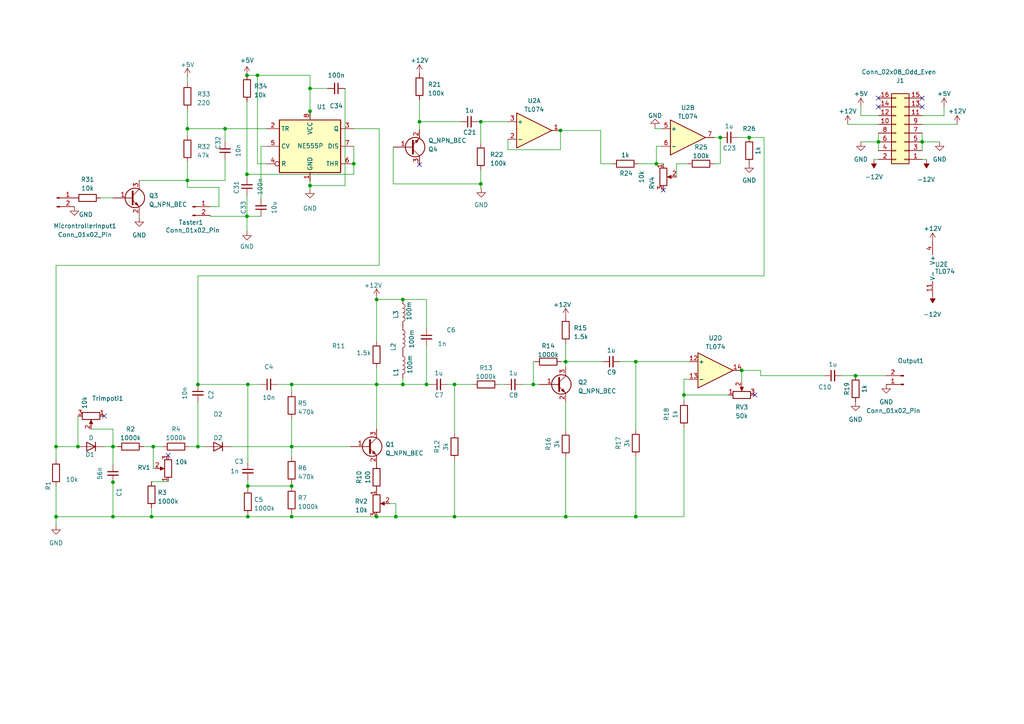
<source format=kicad_sch>
(kicad_sch (version 20230121) (generator eeschema)
  (paper "A4")
  (lib_symbols
    (symbol "Amplifier_Operational:TL074" (pin_names (offset 0.127))
      (property "Reference" "U" (at 0 5.08 0))
      (property "Value" "TL074" (at 0 -5.08 0))
      (symbol "TL074_1_1"
        (polyline (pts (xy -5.08 5.08) (xy 5.08 0) (xy -5.08 -5.08) (xy -5.08 5.08)) (stroke (width 0.254)) (fill (type background)))
        (pin output line (at 7.62 0 180) (length 2.54) (name "~") (number "1"))
        (pin input line (at -7.62 -2.54 0) (length 2.54) (name "-") (number "2"))
        (pin input line (at -7.62 2.54 0) (length 2.54) (name "+") (number "3"))
      )
      (symbol "TL074_2_1"
        (polyline (pts (xy -5.08 5.08) (xy 5.08 0) (xy -5.08 -5.08) (xy -5.08 5.08)) (stroke (width 0.254)) (fill (type background)))
        (pin input line (at -7.62 2.54 0) (length 2.54) (name "+") (number "5"))
        (pin input line (at -7.62 -2.54 0) (length 2.54) (name "-") (number "6"))
        (pin output line (at 7.62 0 180) (length 2.54) (name "~") (number "7"))
      )
      (symbol "TL074_3_1"
        (polyline (pts (xy -5.08 5.08) (xy 5.08 0) (xy -5.08 -5.08) (xy -5.08 5.08)) (stroke (width 0.254)) (fill (type background)))
        (pin input line (at -7.62 2.54 0) (length 2.54) (name "+") (number "10"))
        (pin output line (at 7.62 0 180) (length 2.54) (name "~") (number "8"))
        (pin input line (at -7.62 -2.54 0) (length 2.54) (name "-") (number "9"))
      )
      (symbol "TL074_4_1"
        (polyline (pts (xy -5.08 5.08) (xy 5.08 0) (xy -5.08 -5.08) (xy -5.08 5.08)) (stroke (width 0.254)) (fill (type background)))
        (pin input line (at -7.62 2.54 0) (length 2.54) (name "+") (number "12"))
        (pin input line (at -7.62 -2.54 0) (length 2.54) (name "-") (number "13"))
        (pin output line (at 7.62 0 180) (length 2.54) (name "~") (number "14"))
      )
      (symbol "TL074_5_1"
        (pin power_in line (at -2.54 -7.62 90) (length 3.81) (name "V-") (number "11"))
        (pin power_in line (at -2.54 7.62 270) (length 3.81) (name "V+") (number "4"))
      )
    )
    (symbol "Connector:Conn_01x02_Pin" (pin_names (offset 1.016) hide)
      (property "Reference" "J" (at 0 2.54 0))
      (property "Value" "Conn_01x02_Pin" (at 0 -5.08 0))
      (symbol "Conn_01x02_Pin_1_1"
        (polyline (pts (xy 1.27 -2.54) (xy 0.8636 -2.54)) (stroke (width 0.1524)))
        (polyline (pts (xy 1.27 0) (xy 0.8636 0)) (stroke (width 0.1524)))
        (rectangle (start 0.8636 -2.413) (end 0 -2.667) (stroke (width 0.1524)) (fill (type outline)))
        (rectangle (start 0.8636 0.127) (end 0 -0.127) (stroke (width 0.1524)) (fill (type outline)))
        (pin passive line (at 5.08 0 180) (length 3.81) (name "Pin_1") (number "1"))
        (pin passive line (at 5.08 -2.54 180) (length 3.81) (name "Pin_2") (number "2"))
      )
    )
    (symbol "Connector_Generic:Conn_02x08_Odd_Even" (pin_names (offset 1.016) hide)
      (property "Reference" "J" (at 1.27 10.16 0))
      (property "Value" "Conn_02x08_Odd_Even" (at 1.27 -12.7 0))
      (symbol "Conn_02x08_Odd_Even_1_1"
        (rectangle (start -1.27 -10.033) (end 0 -10.287) (stroke (width 0.1524)))
        (rectangle (start -1.27 -7.493) (end 0 -7.747) (stroke (width 0.1524)))
        (rectangle (start -1.27 -4.953) (end 0 -5.207) (stroke (width 0.1524)))
        (rectangle (start -1.27 -2.413) (end 0 -2.667) (stroke (width 0.1524)))
        (rectangle (start -1.27 0.127) (end 0 -0.127) (stroke (width 0.1524)))
        (rectangle (start -1.27 2.667) (end 0 2.413) (stroke (width 0.1524)))
        (rectangle (start -1.27 5.207) (end 0 4.953) (stroke (width 0.1524)))
        (rectangle (start -1.27 7.747) (end 0 7.493) (stroke (width 0.1524)))
        (rectangle (start -1.27 8.89) (end 3.81 -11.43) (stroke (width 0.254)) (fill (type background)))
        (rectangle (start 3.81 -10.033) (end 2.54 -10.287) (stroke (width 0.1524)))
        (rectangle (start 3.81 -7.493) (end 2.54 -7.747) (stroke (width 0.1524)))
        (rectangle (start 3.81 -4.953) (end 2.54 -5.207) (stroke (width 0.1524)))
        (rectangle (start 3.81 -2.413) (end 2.54 -2.667) (stroke (width 0.1524)))
        (rectangle (start 3.81 0.127) (end 2.54 -0.127) (stroke (width 0.1524)))
        (rectangle (start 3.81 2.667) (end 2.54 2.413) (stroke (width 0.1524)))
        (rectangle (start 3.81 5.207) (end 2.54 4.953) (stroke (width 0.1524)))
        (rectangle (start 3.81 7.747) (end 2.54 7.493) (stroke (width 0.1524)))
        (pin passive line (at -5.08 7.62 0) (length 3.81) (name "Pin_1") (number "1"))
        (pin passive line (at 7.62 -2.54 180) (length 3.81) (name "Pin_10") (number "10"))
        (pin passive line (at -5.08 -5.08 0) (length 3.81) (name "Pin_11") (number "11"))
        (pin passive line (at 7.62 -5.08 180) (length 3.81) (name "Pin_12") (number "12"))
        (pin passive line (at -5.08 -7.62 0) (length 3.81) (name "Pin_13") (number "13"))
        (pin passive line (at 7.62 -7.62 180) (length 3.81) (name "Pin_14") (number "14"))
        (pin passive line (at -5.08 -10.16 0) (length 3.81) (name "Pin_15") (number "15"))
        (pin passive line (at 7.62 -10.16 180) (length 3.81) (name "Pin_16") (number "16"))
        (pin passive line (at 7.62 7.62 180) (length 3.81) (name "Pin_2") (number "2"))
        (pin passive line (at -5.08 5.08 0) (length 3.81) (name "Pin_3") (number "3"))
        (pin passive line (at 7.62 5.08 180) (length 3.81) (name "Pin_4") (number "4"))
        (pin passive line (at -5.08 2.54 0) (length 3.81) (name "Pin_5") (number "5"))
        (pin passive line (at 7.62 2.54 180) (length 3.81) (name "Pin_6") (number "6"))
        (pin passive line (at -5.08 0 0) (length 3.81) (name "Pin_7") (number "7"))
        (pin passive line (at 7.62 0 180) (length 3.81) (name "Pin_8") (number "8"))
        (pin passive line (at -5.08 -2.54 0) (length 3.81) (name "Pin_9") (number "9"))
      )
    )
    (symbol "Device:C_Small" (pin_numbers hide) (pin_names (offset 0.254) hide)
      (property "Reference" "C" (at 0.254 1.778 0))
      (property "Value" "C_Small" (at 0.254 -2.032 0))
      (symbol "C_Small_0_1"
        (polyline (pts (xy -1.524 -0.508) (xy 1.524 -0.508)) (stroke (width 0.3302)))
        (polyline (pts (xy -1.524 0.508) (xy 1.524 0.508)) (stroke (width 0.3048)))
      )
      (symbol "C_Small_1_1"
        (pin passive line (at 0 2.54 270) (length 2.032) (name "~") (number "1"))
        (pin passive line (at 0 -2.54 90) (length 2.032) (name "~") (number "2"))
      )
    )
    (symbol "Device:D" (pin_numbers hide) (pin_names (offset 1.016) hide)
      (property "Reference" "D" (at 0 2.54 0))
      (property "Value" "D" (at 0 -2.54 0))
      (symbol "D_0_1"
        (polyline (pts (xy -1.27 1.27) (xy -1.27 -1.27)) (stroke (width 0.254)))
        (polyline (pts (xy 1.27 0) (xy -1.27 0)))
        (polyline (pts (xy 1.27 1.27) (xy 1.27 -1.27) (xy -1.27 0) (xy 1.27 1.27)) (stroke (width 0.254)))
      )
      (symbol "D_1_1"
        (pin passive line (at -3.81 0 0) (length 2.54) (name "K") (number "1"))
        (pin passive line (at 3.81 0 180) (length 2.54) (name "A") (number "2"))
      )
    )
    (symbol "Device:L" (pin_numbers hide) (pin_names (offset 1.016) hide)
      (property "Reference" "L" (at -1.27 0 90))
      (property "Value" "L" (at 1.905 0 90))
      (symbol "L_0_1"
        (arc (start 0 -2.54) (mid 0.6323 -1.905) (end 0 -1.27))
        (arc (start 0 -1.27) (mid 0.6323 -0.635) (end 0 0))
        (arc (start 0 0) (mid 0.6323 0.635) (end 0 1.27))
        (arc (start 0 1.27) (mid 0.6323 1.905) (end 0 2.54))
      )
      (symbol "L_1_1"
        (pin passive line (at 0 3.81 270) (length 1.27) (name "1") (number "1"))
        (pin passive line (at 0 -3.81 90) (length 1.27) (name "2") (number "2"))
      )
    )
    (symbol "Device:Q_NPN_BEC" (pin_names (offset 0) hide)
      (property "Reference" "Q" (at 5.08 1.27 0))
      (property "Value" "Q_NPN_BEC" (at 5.08 -1.27 0))
      (symbol "Q_NPN_BEC_0_1"
        (polyline (pts (xy 0.635 0.635) (xy 2.54 2.54)))
        (polyline (pts (xy 0.635 -0.635) (xy 2.54 -2.54) (xy 2.54 -2.54)))
        (polyline (pts (xy 0.635 1.905) (xy 0.635 -1.905) (xy 0.635 -1.905)) (stroke (width 0.508)))
        (polyline (pts (xy 1.27 -1.778) (xy 1.778 -1.27) (xy 2.286 -2.286) (xy 1.27 -1.778) (xy 1.27 -1.778)) (fill (type outline)))
        (circle (center 1.27 0) (radius 2.8194) (stroke (width 0.254)))
      )
      (symbol "Q_NPN_BEC_1_1"
        (pin input line (at -5.08 0 0) (length 5.715) (name "B") (number "1"))
        (pin passive line (at 2.54 -5.08 90) (length 2.54) (name "E") (number "2"))
        (pin passive line (at 2.54 5.08 270) (length 2.54) (name "C") (number "3"))
      )
    )
    (symbol "Device:R" (pin_numbers hide) (pin_names (offset 0))
      (property "Reference" "R" (at 2.032 0 90))
      (property "Value" "R" (at 0 0 90))
      (symbol "R_0_1"
        (rectangle (start -1.016 -2.54) (end 1.016 2.54) (stroke (width 0.254)))
      )
      (symbol "R_1_1"
        (pin passive line (at 0 3.81 270) (length 1.27) (name "~") (number "1"))
        (pin passive line (at 0 -3.81 90) (length 1.27) (name "~") (number "2"))
      )
    )
    (symbol "Device:R_Potentiometer" (pin_names (offset 1.016) hide)
      (property "Reference" "RV" (at -4.445 0 90))
      (property "Value" "R_Potentiometer" (at -2.54 0 90))
      (symbol "R_Potentiometer_0_1"
        (polyline (pts (xy 2.54 0) (xy 1.524 0)))
        (polyline (pts (xy 1.143 0) (xy 2.286 0.508) (xy 2.286 -0.508) (xy 1.143 0)) (fill (type outline)))
        (rectangle (start 1.016 2.54) (end -1.016 -2.54) (stroke (width 0.254)))
      )
      (symbol "R_Potentiometer_1_1"
        (pin passive line (at 0 3.81 270) (length 1.27) (name "1") (number "1"))
        (pin passive line (at 3.81 0 180) (length 1.27) (name "2") (number "2"))
        (pin passive line (at 0 -3.81 90) (length 1.27) (name "3") (number "3"))
      )
    )
    (symbol "Timer:NE555P"
      (property "Reference" "U" (at -10.16 8.89 0))
      (property "Value" "NE555P" (at 2.54 8.89 0))
      (symbol "NE555P_0_0"
        (pin power_in line (at 0 -10.16 90) (length 2.54) (name "GND") (number "1"))
        (pin power_in line (at 0 10.16 270) (length 2.54) (name "VCC") (number "8"))
      )
      (symbol "NE555P_0_1"
        (rectangle (start -8.89 -7.62) (end 8.89 7.62) (stroke (width 0.254)) (fill (type background)))
        (rectangle (start -8.89 -7.62) (end 8.89 7.62) (stroke (width 0.254)) (fill (type background)))
      )
      (symbol "NE555P_1_1"
        (pin input line (at -12.7 5.08 0) (length 3.81) (name "TR") (number "2"))
        (pin output line (at 12.7 5.08 180) (length 3.81) (name "Q") (number "3"))
        (pin input inverted (at -12.7 -5.08 0) (length 3.81) (name "R") (number "4"))
        (pin input line (at -12.7 0 0) (length 3.81) (name "CV") (number "5"))
        (pin input line (at 12.7 -5.08 180) (length 3.81) (name "THR") (number "6"))
        (pin input line (at 12.7 0 180) (length 3.81) (name "DIS") (number "7"))
      )
    )
    (symbol "power:+12V" (power) (pin_names (offset 0))
      (property "Value" "+12V" (at 0 3.556 0))
      (symbol "+12V_0_1"
        (polyline (pts (xy -0.762 1.27) (xy 0 2.54)))
        (polyline (pts (xy 0 0) (xy 0 2.54)))
        (polyline (pts (xy 0 2.54) (xy 0.762 1.27)))
      )
      (symbol "+12V_1_1"
        (pin power_in line (at 0 0 90) (length 0) hide (name "+12V") (number "1"))
      )
    )
    (symbol "power:+5V" (power) (pin_names (offset 0))
      (property "Value" "+5V" (at 0 3.556 0))
      (symbol "+5V_0_1"
        (polyline (pts (xy -0.762 1.27) (xy 0 2.54)))
        (polyline (pts (xy 0 0) (xy 0 2.54)))
        (polyline (pts (xy 0 2.54) (xy 0.762 1.27)))
      )
      (symbol "+5V_1_1"
        (pin power_in line (at 0 0 90) (length 0) hide (name "+5V") (number "1"))
      )
    )
    (symbol "power:-12V" (power) (pin_names (offset 0))
      (property "Value" "-12V" (at 0 3.81 0))
      (symbol "-12V_0_0"
        (pin power_in line (at 0 0 90) (length 0) hide (name "-12V") (number "1"))
      )
      (symbol "-12V_0_1"
        (polyline (pts (xy 0 0) (xy 0 1.27) (xy 0.762 1.27) (xy 0 2.54) (xy -0.762 1.27) (xy 0 1.27)) (fill (type outline)))
      )
    )
    (symbol "power:GND" (power) (pin_names (offset 0))
      (property "Value" "GND" (at 0 -3.81 0))
      (symbol "GND_0_1"
        (polyline (pts (xy 0 0) (xy 0 -1.27) (xy 1.27 -1.27) (xy 0 -2.54) (xy -1.27 -1.27) (xy 0 -1.27)))
      )
      (symbol "GND_1_1"
        (pin power_in line (at 0 0 270) (length 0) hide (name "GND") (number "1"))
      )
    )
  )
  (junction (at 71.882 111.506))
  (junction (at 109.22 111.506))
  (junction (at 16.256 149.86))
  (junction (at 116.84 86.868))
  (junction (at 54.356 37.338))
  (junction (at 32.766 129.54))
  (junction (at 267.462 41.148))
  (junction (at 71.882 140.97))
  (junction (at 184.404 104.902))
  (junction (at 57.404 129.54))
  (junction (at 109.22 149.86))
  (junction (at 57.404 111.506))
  (junction (at 74.676 21.844))
  (junction (at 123.698 111.506))
  (junction (at 215.138 107.442))
  (junction (at 43.942 149.86))
  (junction (at 139.446 53.34))
  (junction (at 71.882 149.86))
  (junction (at 54.356 52.324))
  (junction (at 71.628 21.844))
  (junction (at 154.686 111.506))
  (junction (at 65.278 37.338))
  (junction (at 109.22 86.868))
  (junction (at 71.628 50.546))
  (junction (at 32.766 139.8524))
  (junction (at 190.373 47.498))
  (junction (at 254.762 41.148))
  (junction (at 198.374 114.554))
  (junction (at 162.56 37.846))
  (junction (at 184.404 149.86))
  (junction (at 84.582 149.86))
  (junction (at 116.84 111.506))
  (junction (at 89.916 25.654))
  (junction (at 84.582 111.506))
  (junction (at 139.446 35.306))
  (junction (at 208.915 39.878))
  (junction (at 22.606 129.54))
  (junction (at 84.582 129.54))
  (junction (at 131.826 149.86))
  (junction (at 16.256 129.54))
  (junction (at 217.297 39.878))
  (junction (at 164.084 104.902))
  (junction (at 248.158 108.966))
  (junction (at 102.616 47.498))
  (junction (at 89.916 32.258))
  (junction (at 121.666 35.306))
  (junction (at 89.916 53.848))
  (junction (at 44.45 129.54))
  (junction (at 131.826 111.506))
  (junction (at 84.582 140.97))
  (junction (at 164.084 149.86))
  (junction (at 71.628 62.738))
  (junction (at 32.766 149.86))
  (junction (at 114.808 149.86))
  (no_connect (at 254.762 28.448))
  (no_connect (at 267.462 28.448))
  (no_connect (at 267.462 30.988))
  (no_connect (at 121.666 47.752))
  (no_connect (at 218.948 114.554))
  (no_connect (at 30.226 120.65))
  (no_connect (at 48.768 132.08))
  (no_connect (at 192.405 55.118))
  (no_connect (at 254.762 30.988))
  (wire (pts (xy 44.958 135.89) (xy 44.45 135.89)))
  (wire (pts (xy 184.404 132.334) (xy 184.404 149.86)))
  (wire (pts (xy 184.404 104.902) (xy 179.832 104.902)))
  (wire (pts (xy 121.666 35.306) (xy 133.604 35.306)))
  (wire (pts (xy 54.356 37.338) (xy 54.356 39.37)))
  (wire (pts (xy 40.386 52.324) (xy 54.356 52.324)))
  (wire (pts (xy 32.766 124.46) (xy 32.766 129.54)))
  (wire (pts (xy 109.22 86.36) (xy 109.22 86.868)))
  (wire (pts (xy 116.84 86.868) (xy 109.22 86.868)))
  (wire (pts (xy 109.22 106.68) (xy 109.22 111.506)))
  (wire (pts (xy 164.084 99.568) (xy 164.084 104.902)))
  (wire (pts (xy 198.374 114.554) (xy 211.328 114.554)))
  (wire (pts (xy 109.982 76.962) (xy 16.256 76.962)))
  (wire (pts (xy 198.374 109.982) (xy 199.898 109.982)))
  (wire (pts (xy 32.766 139.7) (xy 32.766 139.8524)))
  (wire (pts (xy 198.374 109.982) (xy 198.374 114.554)))
  (wire (pts (xy 254.762 41.148) (xy 254.762 43.688)))
  (wire (pts (xy 43.942 147.32) (xy 43.942 149.86)))
  (wire (pts (xy 89.916 21.844) (xy 74.676 21.844)))
  (wire (pts (xy 213.995 39.878) (xy 217.297 39.878)))
  (wire (pts (xy 102.616 42.418) (xy 102.616 47.498)))
  (wire (pts (xy 147.32 43.434) (xy 147.32 40.386)))
  (wire (pts (xy 71.628 62.738) (xy 71.628 67.056)))
  (wire (pts (xy 131.826 133.35) (xy 131.826 149.86)))
  (wire (pts (xy 16.256 149.86) (xy 32.766 149.86)))
  (wire (pts (xy 162.56 37.846) (xy 162.56 43.434)))
  (wire (pts (xy 75.692 57.658) (xy 75.692 42.418)))
  (wire (pts (xy 100.076 53.848) (xy 89.916 53.848)))
  (wire (pts (xy 71.628 62.738) (xy 75.692 62.738)))
  (wire (pts (xy 40.386 62.484) (xy 40.386 63.119)))
  (wire (pts (xy 89.916 53.848) (xy 89.916 54.864)))
  (wire (pts (xy 60.96 62.484) (xy 60.96 62.738)))
  (wire (pts (xy 249.682 33.528) (xy 254.762 33.528)))
  (wire (pts (xy 162.56 43.434) (xy 147.32 43.434)))
  (wire (pts (xy 102.616 50.546) (xy 102.616 47.498)))
  (wire (pts (xy 32.766 129.54) (xy 32.766 134.7724)))
  (wire (pts (xy 80.518 111.506) (xy 84.582 111.506)))
  (wire (pts (xy 253.492 46.228) (xy 254.762 46.228)))
  (wire (pts (xy 190.373 42.418) (xy 190.373 47.498)))
  (wire (pts (xy 75.692 42.418) (xy 77.216 42.418)))
  (wire (pts (xy 174.244 37.846) (xy 174.244 47.498)))
  (wire (pts (xy 245.872 36.068) (xy 254.762 36.068)))
  (wire (pts (xy 57.404 80.01) (xy 221.615 80.01)))
  (wire (pts (xy 109.22 111.506) (xy 109.22 124.46)))
  (wire (pts (xy 139.446 35.306) (xy 147.32 35.306)))
  (wire (pts (xy 54.356 46.99) (xy 54.356 52.324)))
  (wire (pts (xy 220.599 107.442) (xy 220.599 108.966)))
  (wire (pts (xy 137.16 111.506) (xy 131.826 111.506)))
  (wire (pts (xy 196.215 47.498) (xy 196.215 51.308)))
  (wire (pts (xy 144.78 111.506) (xy 146.304 111.506)))
  (wire (pts (xy 184.404 124.714) (xy 184.404 104.902)))
  (wire (pts (xy 71.628 50.546) (xy 71.628 51.562)))
  (wire (pts (xy 43.942 149.86) (xy 71.882 149.86)))
  (wire (pts (xy 89.916 32.258) (xy 89.916 34.29)))
  (wire (pts (xy 162.56 37.846) (xy 174.244 37.846)))
  (wire (pts (xy 84.582 111.506) (xy 109.22 111.506)))
  (wire (pts (xy 71.882 149.352) (xy 71.882 149.86)))
  (wire (pts (xy 63.5 54.356) (xy 63.5 59.944)))
  (wire (pts (xy 16.256 149.86) (xy 16.256 152.4)))
  (wire (pts (xy 32.766 139.8524) (xy 32.766 149.86)))
  (wire (pts (xy 116.84 109.728) (xy 116.84 111.506)))
  (wire (pts (xy 84.582 111.506) (xy 84.582 113.792)))
  (wire (pts (xy 54.356 22.352) (xy 54.356 24.13)))
  (wire (pts (xy 84.582 140.97) (xy 84.582 141.224)))
  (wire (pts (xy 57.404 80.01) (xy 57.404 111.506)))
  (wire (pts (xy 207.137 47.498) (xy 208.915 47.498)))
  (wire (pts (xy 208.915 39.878) (xy 208.915 47.498)))
  (wire (pts (xy 71.882 111.506) (xy 75.438 111.506)))
  (wire (pts (xy 22.606 120.65) (xy 22.606 129.54)))
  (wire (pts (xy 71.882 149.86) (xy 84.582 149.86)))
  (wire (pts (xy 164.084 104.902) (xy 174.752 104.902)))
  (wire (pts (xy 74.676 21.844) (xy 71.628 21.844)))
  (wire (pts (xy 41.656 129.54) (xy 44.45 129.54)))
  (wire (pts (xy 139.446 54.61) (xy 139.573 54.61)))
  (wire (pts (xy 113.03 146.05) (xy 114.808 146.05)))
  (wire (pts (xy 215.138 107.442) (xy 220.599 107.442)))
  (wire (pts (xy 151.384 111.506) (xy 154.686 111.506)))
  (wire (pts (xy 114.808 146.05) (xy 114.808 149.86)))
  (wire (pts (xy 44.45 129.54) (xy 47.244 129.54)))
  (wire (pts (xy 32.766 149.86) (xy 43.942 149.86)))
  (wire (pts (xy 267.462 36.068) (xy 277.622 36.068)))
  (wire (pts (xy 109.22 111.506) (xy 116.84 111.506)))
  (wire (pts (xy 65.278 41.148) (xy 65.278 37.338)))
  (wire (pts (xy 198.374 114.554) (xy 198.374 116.332)))
  (wire (pts (xy 215.138 107.442) (xy 215.138 110.744)))
  (wire (pts (xy 123.698 100.33) (xy 123.698 111.506)))
  (wire (pts (xy 77.216 47.498) (xy 74.676 47.498)))
  (wire (pts (xy 254.762 38.608) (xy 254.762 41.148)))
  (wire (pts (xy 129.794 111.506) (xy 131.826 111.506)))
  (wire (pts (xy 84.582 140.208) (xy 84.582 140.97)))
  (wire (pts (xy 16.256 129.54) (xy 22.606 129.54)))
  (wire (pts (xy 67.056 129.54) (xy 84.582 129.54)))
  (wire (pts (xy 63.5 59.944) (xy 60.96 59.944)))
  (wire (pts (xy 109.22 149.86) (xy 114.808 149.86)))
  (wire (pts (xy 190.373 42.418) (xy 191.897 42.418)))
  (wire (pts (xy 65.278 37.338) (xy 77.216 37.338)))
  (wire (pts (xy 114.808 149.86) (xy 131.826 149.86)))
  (wire (pts (xy 185.166 47.498) (xy 190.373 47.498)))
  (wire (pts (xy 199.517 47.498) (xy 196.215 47.498)))
  (wire (pts (xy 57.404 129.54) (xy 59.436 129.54)))
  (wire (pts (xy 184.404 149.86) (xy 164.084 149.86)))
  (wire (pts (xy 249.682 41.148) (xy 254.762 41.148)))
  (wire (pts (xy 162.814 104.902) (xy 164.084 104.902)))
  (wire (pts (xy 71.882 139.192) (xy 71.882 140.97)))
  (wire (pts (xy 139.446 35.306) (xy 139.446 41.656)))
  (wire (pts (xy 164.084 132.588) (xy 164.084 149.86)))
  (wire (pts (xy 109.982 37.338) (xy 109.982 76.962)))
  (wire (pts (xy 89.916 52.578) (xy 89.916 53.848)))
  (wire (pts (xy 89.916 21.844) (xy 89.916 25.654)))
  (wire (pts (xy 198.374 149.86) (xy 184.404 149.86)))
  (wire (pts (xy 65.278 46.228) (xy 65.278 52.324)))
  (wire (pts (xy 57.404 111.506) (xy 71.882 111.506)))
  (wire (pts (xy 267.462 41.148) (xy 272.542 41.148)))
  (wire (pts (xy 54.356 52.324) (xy 54.356 54.356)))
  (wire (pts (xy 54.356 54.356) (xy 63.5 54.356)))
  (wire (pts (xy 189.992 37.338) (xy 189.992 37.084)))
  (wire (pts (xy 94.996 25.654) (xy 89.916 25.654)))
  (wire (pts (xy 191.897 37.338) (xy 189.992 37.338)))
  (wire (pts (xy 71.882 140.97) (xy 84.582 140.97)))
  (wire (pts (xy 109.22 86.868) (xy 109.22 99.06)))
  (wire (pts (xy 60.96 62.738) (xy 71.628 62.738)))
  (wire (pts (xy 84.582 148.844) (xy 84.582 149.86)))
  (wire (pts (xy 154.686 104.902) (xy 154.686 111.506)))
  (wire (pts (xy 44.45 129.54) (xy 44.45 135.89)))
  (wire (pts (xy 123.698 111.506) (xy 124.714 111.506)))
  (wire (pts (xy 164.084 116.586) (xy 164.084 124.968)))
  (wire (pts (xy 84.582 129.54) (xy 84.582 132.588)))
  (wire (pts (xy 273.812 33.528) (xy 273.812 30.988)))
  (wire (pts (xy 267.462 38.608) (xy 267.462 41.148)))
  (wire (pts (xy 123.698 111.506) (xy 116.84 111.506)))
  (wire (pts (xy 114.046 42.672) (xy 114.046 53.34)))
  (wire (pts (xy 139.446 53.34) (xy 139.446 54.61)))
  (wire (pts (xy 121.666 28.956) (xy 121.666 35.306)))
  (wire (pts (xy 267.462 41.148) (xy 267.462 43.688)))
  (wire (pts (xy 71.882 140.97) (xy 71.882 141.732)))
  (wire (pts (xy 84.582 149.86) (xy 109.22 149.86)))
  (wire (pts (xy 267.462 33.528) (xy 273.812 33.528)))
  (wire (pts (xy 221.615 80.01) (xy 221.615 39.878)))
  (wire (pts (xy 54.864 129.54) (xy 57.404 129.54)))
  (wire (pts (xy 16.256 129.54) (xy 16.256 133.35)))
  (wire (pts (xy 74.676 21.844) (xy 74.676 47.498)))
  (wire (pts (xy 100.076 25.654) (xy 100.076 53.848)))
  (wire (pts (xy 207.137 39.878) (xy 208.915 39.878)))
  (wire (pts (xy 89.916 25.654) (xy 89.916 32.258)))
  (wire (pts (xy 121.666 35.306) (xy 121.666 37.592)))
  (wire (pts (xy 248.158 108.966) (xy 257.048 108.966)))
  (wire (pts (xy 71.628 50.546) (xy 102.616 50.546)))
  (wire (pts (xy 57.404 116.586) (xy 57.404 129.54)))
  (wire (pts (xy 244.094 108.966) (xy 248.158 108.966)))
  (wire (pts (xy 54.356 52.324) (xy 65.278 52.324)))
  (wire (pts (xy 71.628 29.464) (xy 71.628 50.546)))
  (wire (pts (xy 154.686 111.506) (xy 156.464 111.506)))
  (wire (pts (xy 114.046 53.34) (xy 139.446 53.34)))
  (wire (pts (xy 198.374 123.952) (xy 198.374 149.86)))
  (wire (pts (xy 267.462 46.228) (xy 268.732 46.228)))
  (wire (pts (xy 102.616 37.338) (xy 109.982 37.338)))
  (wire (pts (xy 16.256 140.97) (xy 16.256 149.86)))
  (wire (pts (xy 139.446 49.276) (xy 139.446 53.34)))
  (wire (pts (xy 164.084 149.86) (xy 131.826 149.86)))
  (wire (pts (xy 174.244 47.498) (xy 177.546 47.498)))
  (wire (pts (xy 249.682 30.988) (xy 249.682 33.528)))
  (wire (pts (xy 190.373 47.498) (xy 192.405 47.498)))
  (wire (pts (xy 16.256 76.962) (xy 16.256 129.54)))
  (wire (pts (xy 30.226 129.54) (xy 32.766 129.54)))
  (wire (pts (xy 43.942 139.7) (xy 48.768 139.7)))
  (wire (pts (xy 29.21 57.404) (xy 32.766 57.404)))
  (wire (pts (xy 71.882 111.506) (xy 71.882 134.112)))
  (wire (pts (xy 54.356 31.75) (xy 54.356 37.338)))
  (wire (pts (xy 138.684 35.306) (xy 139.446 35.306)))
  (wire (pts (xy 220.599 108.966) (xy 239.014 108.966)))
  (wire (pts (xy 26.416 124.46) (xy 32.766 124.46)))
  (wire (pts (xy 184.404 104.902) (xy 199.898 104.902)))
  (wire (pts (xy 71.628 56.642) (xy 71.628 62.738)))
  (wire (pts (xy 131.826 111.506) (xy 131.826 125.73)))
  (wire (pts (xy 164.084 104.902) (xy 164.084 106.426)))
  (wire (pts (xy 65.278 37.338) (xy 54.356 37.338)))
  (wire (pts (xy 155.194 104.902) (xy 154.686 104.902)))
  (wire (pts (xy 123.698 86.868) (xy 116.84 86.868)))
  (wire (pts (xy 217.297 39.878) (xy 221.615 39.878)))
  (wire (pts (xy 84.582 121.412) (xy 84.582 129.54)))
  (wire (pts (xy 123.698 95.25) (xy 123.698 86.868)))
  (wire (pts (xy 32.766 129.54) (xy 34.036 129.54)))
  (wire (pts (xy 84.582 129.54) (xy 101.6 129.54)))
  (symbol (lib_id "Device:R_Potentiometer") (at 215.138 114.554 90) (unit 1)
    (property "Reference" "RV3" (at 215.138 118.11 90))
    (property "Value" "50k" (at 215.138 120.65 90))
    (property "Footprint" "Connector_JST:JST_EH_B2B-EH-A_1x02_P2.50mm_Vertical" (effects hide))
  )
  (symbol (lib_id "Device:L") (at 116.84 105.918 0) (unit 1)
    (property "Reference" "L1" (at 114.808 109.22 90) (effects (justify left)))
    (property "Value" "100m" (at 118.872 108.458 90) (effects (justify left)))
    (property "Footprint" "Inductor_THT:L_Radial_D8.7mm_P5.00mm_Fastron_07HCP" (effects hide))
  )
  (symbol (lib_id "Device:R") (at 121.666 25.146 0) (unit 1)
    (property "Reference" "R21" (at 124.079 24.511 0) (effects (justify left)))
    (property "Value" "100k" (at 124.079 27.051 0) (effects (justify left)))
    (property "Footprint" "Resistor_SMD:R_1206_3216Metric_Pad1.30x1.75mm_HandSolder" (effects hide))
  )
  (symbol (lib_id "power:+5V") (at 54.356 22.352 0) (unit 1)
    (property "Reference" "#PWR015" (effects hide))
    (property "Value" "+5V" (at 54.356 18.796 0))
  )
  (symbol (lib_id "Connector_Generic:Conn_02x08_Odd_Even") (at 262.382 38.608 180) (unit 1)
    (property "Reference" "J1" (at 261.112 23.368 0))
    (property "Value" "Conn_02x08_Odd_Even" (at 260.7056 20.8788 0))
    (property "Footprint" "Connector_IDC:IDC-Header_2x08_P2.54mm_Vertical_SMD" (effects hide))
  )
  (symbol (lib_id "power:+5V") (at 71.628 21.844 0) (unit 1)
    (property "Reference" "#PWR013" (effects hide))
    (property "Value" "+5V" (at 71.628 17.526 0))
  )
  (symbol (lib_id "Device:Q_NPN_BEC") (at 37.846 57.404 0) (unit 1)
    (property "Reference" "Q3" (at 43.18 56.769 0) (effects (justify left)))
    (property "Value" "Q_NPN_BEC" (at 43.18 59.309 0) (effects (justify left)))
    (property "Footprint" "Package_TO_SOT_SMD:SOT-23-3" (effects hide))
  )
  (symbol (lib_id "Amplifier_Operational:TL074") (at 273.05 77.724 0) (unit 5)
    (property "Reference" "U2" (at 271.145 76.7 0) (effects (justify left)))
    (property "Value" "TL074" (at 271.145 78.748 0) (effects (justify left)))
    (property "Footprint" "Package_DIP:DIP-14_W7.62mm" (effects hide))
    (property "Datasheet" "http://www.ti.com/lit/ds/symlink/tl071.pdf" (effects hide))
  )
  (symbol (lib_id "Device:R") (at 184.404 128.524 180) (unit 1)
    (property "Reference" "R17" (at 179.324 128.524 90))
    (property "Value" "3k" (at 181.864 128.524 90))
    (property "Footprint" "Resistor_SMD:R_1206_3216Metric_Pad1.30x1.75mm_HandSolder" (effects hide))
  )
  (symbol (lib_id "Device:R_Potentiometer") (at 192.405 51.308 0) (unit 1)
    (property "Reference" "RV4" (at 189.103 53.086 90))
    (property "Value" "10k" (at 186.055 51.308 90))
    (property "Footprint" "Connector_JST:JST_EH_B2B-EH-A_1x02_P2.50mm_Vertical" (effects hide))
  )
  (symbol (lib_id "Device:C_Small") (at 241.554 108.966 90) (unit 1)
    (property "Reference" "C10" (at 239.268 112.268 90))
    (property "Value" "1u" (at 241.5603 105.664 90))
    (property "Footprint" "Capacitor_SMD:C_1206_3216Metric_Pad1.33x1.80mm_HandSolder" (effects hide))
  )
  (symbol (lib_id "Device:R") (at 51.054 129.54 90) (unit 1)
    (property "Reference" "R4" (at 51.054 124.46 90))
    (property "Value" "1000k" (at 51.054 127 90))
    (property "Footprint" "Resistor_SMD:R_1206_3216Metric_Pad1.30x1.75mm_HandSolder" (effects hide))
  )
  (symbol (lib_id "power:GND") (at 139.573 54.61 0) (unit 1)
    (property "Reference" "#PWR022" (effects hide))
    (property "Value" "GND" (at 139.573 59.436 0))
  )
  (symbol (lib_id "power:GND") (at 272.542 41.148 0) (unit 1)
    (property "Reference" "#PWR04" (effects hide))
    (property "Value" "GND" (at 272.542 46.228 0))
  )
  (symbol (lib_id "Device:R") (at 71.882 145.542 0) (unit 1)
    (property "Reference" "C5" (at 73.66 144.907 0) (effects (justify left)))
    (property "Value" "1000k" (at 73.66 147.447 0) (effects (justify left)))
    (property "Footprint" "Resistor_SMD:R_1206_3216Metric_Pad1.30x1.75mm_HandSolder" (effects hide))
  )
  (symbol (lib_id "Device:R_Potentiometer") (at 26.416 120.65 270) (unit 1)
    (property "Reference" "Trimpoti1" (at 35.814 115.57 90) (effects (justify right)))
    (property "Value" "10k" (at 24.511 118.618 0) (effects (justify right)))
    (property "Footprint" "Connector_JST:JST_EH_B3B-EH-A_1x03_P2.50mm_Vertical" (effects hide))
  )
  (symbol (lib_id "Device:R") (at 181.356 47.498 90) (unit 1)
    (property "Reference" "R24" (at 181.61 50.292 90))
    (property "Value" "1k" (at 181.356 44.958 90))
    (property "Footprint" "Resistor_SMD:R_1206_3216Metric_Pad1.30x1.75mm_HandSolder" (effects hide))
  )
  (symbol (lib_id "Device:C_Small") (at 211.455 39.878 90) (unit 1)
    (property "Reference" "C23" (at 211.5566 42.9768 90))
    (property "Value" "1u" (at 211.4613 36.576 90))
    (property "Footprint" "Capacitor_SMD:C_1206_3216Metric_Pad1.33x1.80mm_HandSolder" (effects hide))
  )
  (symbol (lib_id "Device:C_Small") (at 123.698 97.79 0) (unit 1)
    (property "Reference" "C6" (at 129.4892 95.7072 0) (effects (justify left)))
    (property "Value" "1n" (at 126.9492 99.7013 0) (effects (justify left)))
    (property "Footprint" "Capacitor_SMD:C_1206_3216Metric_Pad1.33x1.80mm_HandSolder" (effects hide))
  )
  (symbol (lib_id "power:-12V") (at 253.492 46.228 180) (unit 1)
    (property "Reference" "#PWR01" (effects hide))
    (property "Value" "-12V" (at 253.492 51.308 0))
  )
  (symbol (lib_id "power:GND") (at 21.59 59.944 0) (unit 1)
    (property "Reference" "#PWR020" (effects hide))
    (property "Value" "GND" (at 24.892 62.23 0))
  )
  (symbol (lib_id "Device:R") (at 25.4 57.404 90) (unit 1)
    (property "Reference" "R31" (at 25.4 52.07 90))
    (property "Value" "10k" (at 25.4 54.61 90))
    (property "Footprint" "Resistor_SMD:R_1206_3216Metric_Pad1.30x1.75mm_HandSolder" (effects hide))
  )
  (symbol (lib_id "Device:C_Small") (at 65.278 43.688 180) (unit 1)
    (property "Reference" "C32" (at 63.246 41.402 90))
    (property "Value" "10n" (at 69.088 43.688 90))
    (property "Footprint" "Capacitor_SMD:C_1206_3216Metric_Pad1.33x1.80mm_HandSolder" (effects hide))
  )
  (symbol (lib_id "Device:R") (at 84.582 145.034 0) (unit 1)
    (property "Reference" "R7" (at 86.36 144.399 0) (effects (justify left)))
    (property "Value" "1000k" (at 86.36 146.939 0) (effects (justify left)))
    (property "Footprint" "Resistor_SMD:R_1206_3216Metric_Pad1.30x1.75mm_HandSolder" (effects hide))
  )
  (symbol (lib_id "Device:Q_NPN_BEC") (at 106.68 129.54 0) (unit 1)
    (property "Reference" "Q1" (at 111.76 128.905 0) (effects (justify left)))
    (property "Value" "Q_NPN_BEC" (at 111.76 131.445 0) (effects (justify left)))
    (property "Footprint" "Package_TO_SOT_SMD:SOT-23-3" (effects hide))
  )
  (symbol (lib_id "Device:R") (at 131.826 129.54 180) (unit 1)
    (property "Reference" "R12" (at 126.746 129.54 90))
    (property "Value" "3k" (at 129.286 129.54 90))
    (property "Footprint" "Resistor_SMD:R_1206_3216Metric_Pad1.30x1.75mm_HandSolder" (effects hide))
  )
  (symbol (lib_id "Device:R") (at 159.004 104.902 270) (unit 1)
    (property "Reference" "R14" (at 159.004 100.33 90))
    (property "Value" "1000k" (at 159.004 102.87 90))
    (property "Footprint" "Resistor_SMD:R_1206_3216Metric_Pad1.30x1.75mm_HandSolder" (effects hide))
  )
  (symbol (lib_id "power:GND") (at 217.297 47.498 0) (unit 1)
    (property "Reference" "#PWR024" (effects hide))
    (property "Value" "GND" (at 217.297 52.324 0))
  )
  (symbol (lib_id "power:+12V") (at 245.872 36.068 0) (unit 1)
    (property "Reference" "#PWR06" (effects hide))
    (property "Value" "+12V" (at 245.872 32.258 0))
  )
  (symbol (lib_id "Device:R") (at 71.628 25.654 0) (unit 1)
    (property "Reference" "R34" (at 73.66 25.019 0) (effects (justify left)))
    (property "Value" "10k" (at 73.66 27.559 0) (effects (justify left)))
    (property "Footprint" "Resistor_SMD:R_1206_3216Metric_Pad1.30x1.75mm_HandSolder" (effects hide))
  )
  (symbol (lib_id "power:+12V") (at 277.622 36.068 0) (unit 1)
    (property "Reference" "#PWR07" (effects hide))
    (property "Value" "+12V" (at 277.622 32.258 0))
  )
  (symbol (lib_id "Device:Q_NPN_BEC") (at 161.544 111.506 0) (unit 1)
    (property "Reference" "Q2" (at 167.64 110.871 0) (effects (justify left)))
    (property "Value" "Q_NPN_BEC" (at 167.64 113.411 0) (effects (justify left)))
    (property "Footprint" "Package_TO_SOT_SMD:SOT-23-3" (effects hide))
  )
  (symbol (lib_id "power:GND") (at 257.048 111.506 0) (unit 1)
    (property "Reference" "#PWR017" (effects hide))
    (property "Value" "GND" (at 257.048 116.586 0))
  )
  (symbol (lib_id "Device:R") (at 109.22 102.87 0) (unit 1)
    (property "Reference" "R11" (at 96.266 100.33 0) (effects (justify left)))
    (property "Value" "1.5k" (at 103.378 102.362 0) (effects (justify left)))
    (property "Footprint" "Resistor_SMD:R_1206_3216Metric_Pad1.30x1.75mm_HandSolder" (effects hide))
  )
  (symbol (lib_id "power:GND") (at 189.992 37.084 0) (mirror x) (unit 1)
    (property "Reference" "#PWR019" (effects hide))
    (property "Value" "GND" (at 189.992 33.528 0))
  )
  (symbol (lib_id "power:+5V") (at 249.682 30.988 0) (unit 1)
    (property "Reference" "#PWR09" (effects hide))
    (property "Value" "+5V" (at 249.682 27.178 0))
  )
  (symbol (lib_id "Connector:Conn_01x02_Pin") (at 16.51 57.404 0) (unit 1)
    (property "Reference" "MicrontrollerInput1" (at 24.638 65.532 0))
    (property "Value" "Conn_01x02_Pin" (at 24.638 68.072 0))
    (property "Footprint" "Connector_JST:JST_EH_B2B-EH-A_1x02_P2.50mm_Vertical" (effects hide))
  )
  (symbol (lib_id "Device:R") (at 84.582 117.602 0) (unit 1)
    (property "Reference" "R5" (at 86.36 116.967 0) (effects (justify left)))
    (property "Value" "470k" (at 86.36 119.507 0) (effects (justify left)))
    (property "Footprint" "Resistor_SMD:R_1206_3216Metric_Pad1.30x1.75mm_HandSolder" (effects hide))
  )
  (symbol (lib_id "Device:R") (at 164.084 128.778 180) (unit 1)
    (property "Reference" "R16" (at 159.004 128.778 90))
    (property "Value" "3k" (at 161.544 128.778 90))
    (property "Footprint" "Resistor_SMD:R_1206_3216Metric_Pad1.30x1.75mm_HandSolder" (effects hide))
  )
  (symbol (lib_id "power:GND") (at 71.628 67.056 0) (unit 1)
    (property "Reference" "#PWR014" (effects hide))
    (property "Value" "GND" (at 71.628 71.501 0))
  )
  (symbol (lib_id "Device:C_Small") (at 136.144 35.306 90) (unit 1)
    (property "Reference" "C21" (at 136.2456 38.4048 90))
    (property "Value" "1u" (at 136.1503 32.004 90))
    (property "Footprint" "Capacitor_SMD:C_1206_3216Metric_Pad1.33x1.80mm_HandSolder" (effects hide))
  )
  (symbol (lib_id "Device:C_Small") (at 127.254 111.506 90) (unit 1)
    (property "Reference" "C7" (at 127.3556 114.6048 90))
    (property "Value" "1u" (at 127.2603 108.204 90))
    (property "Footprint" "Capacitor_SMD:C_1206_3216Metric_Pad1.33x1.80mm_HandSolder" (effects hide))
  )
  (symbol (lib_id "power:GND") (at 16.256 152.4 0) (unit 1)
    (property "Reference" "#PWR012" (effects hide))
    (property "Value" "GND" (at 16.256 157.48 0))
  )
  (symbol (lib_id "Device:R_Potentiometer") (at 109.22 146.05 0) (unit 1)
    (property "Reference" "RV2" (at 106.68 145.415 0) (effects (justify right)))
    (property "Value" "10k" (at 106.68 147.955 0) (effects (justify right)))
    (property "Footprint" "Connector_JST:JST_EH_B2B-EH-A_1x02_P2.50mm_Vertical" (effects hide))
  )
  (symbol (lib_id "Connector:Conn_01x02_Pin") (at 262.128 111.506 180) (unit 1)
    (property "Reference" "Output1" (at 260.35 104.648 0) (effects (justify right)))
    (property "Value" "Conn_01x02_Pin" (at 251.206 119.126 0) (effects (justify right)))
    (property "Footprint" "Connector_JST:JST_EH_B2B-EH-A_1x02_P2.50mm_Vertical" (effects hide))
  )
  (symbol (lib_id "Device:D") (at 63.246 129.54 180) (unit 1)
    (property "Reference" "D2" (at 63.246 120.142 0))
    (property "Value" "D2" (at 63.246 127 0))
    (property "Footprint" "Diode_SMD:D_1206_3216Metric_Pad1.42x1.75mm_HandSolder" (effects hide))
    (property "Sim.Device" "D" (effects hide))
    (property "Sim.Pins" "1=K 2=A" (effects hide))
  )
  (symbol (lib_id "Device:C_Small") (at 75.692 60.198 180) (unit 1)
    (property "Reference" "C33" (at 70.612 60.1917 90))
    (property "Value" "10u" (at 79.502 60.198 90))
    (property "Footprint" "Capacitor_SMD:C_1206_3216Metric_Pad1.33x1.80mm_HandSolder" (effects hide))
  )
  (symbol (lib_id "power:+5V") (at 273.812 30.988 0) (unit 1)
    (property "Reference" "#PWR08" (effects hide))
    (property "Value" "+5V" (at 273.812 27.178 0))
  )
  (symbol (lib_id "Timer:NE555P") (at 89.916 42.418 0) (unit 1)
    (property "Reference" "U1" (at 91.8719 30.988 0) (effects (justify left)))
    (property "Value" "NE555P" (at 86.2076 42.3164 0) (effects (justify left)))
    (property "Footprint" "Package_DIP:DIP-8_W7.62mm" (effects hide))
    (property "Datasheet" "http://www.ti.com/lit/ds/symlink/ne555.pdf" (effects hide))
  )
  (symbol (lib_id "Amplifier_Operational:TL074") (at 199.517 39.878 0) (unit 2)
    (property "Reference" "U2" (at 199.517 31.242 0))
    (property "Value" "TL074" (at 199.517 33.782 0))
    (property "Footprint" "Package_DIP:DIP-14_W7.62mm" (effects hide))
    (property "Datasheet" "http://www.ti.com/lit/ds/symlink/tl071.pdf" (effects hide))
  )
  (symbol (lib_id "Device:L") (at 116.84 98.298 0) (unit 1)
    (property "Reference" "L2" (at 114.046 101.854 90) (effects (justify left)))
    (property "Value" "100m" (at 119.38 101.092 90) (effects (justify left)))
    (property "Footprint" "Inductor_THT:L_Radial_D8.7mm_P5.00mm_Fastron_07HCP" (effects hide))
  )
  (symbol (lib_id "Device:C_Small") (at 71.882 136.652 0) (unit 1)
    (property "Reference" "C3" (at 69.342 133.858 0))
    (property "Value" "1n" (at 68.072 136.652 0))
    (property "Footprint" "Capacitor_SMD:C_1206_3216Metric_Pad1.33x1.80mm_HandSolder" (effects hide))
  )
  (symbol (lib_id "Device:R") (at 140.97 111.506 270) (unit 1)
    (property "Reference" "R13" (at 140.97 106.68 90))
    (property "Value" "1000k" (at 140.97 109.22 90))
    (property "Footprint" "Resistor_SMD:R_1206_3216Metric_Pad1.30x1.75mm_HandSolder" (effects hide))
  )
  (symbol (lib_id "Device:C_Small") (at 148.844 111.506 90) (unit 1)
    (property "Reference" "C8" (at 148.9456 114.6048 90))
    (property "Value" "1u" (at 148.8503 108.204 90))
    (property "Footprint" "Capacitor_SMD:C_1206_3216Metric_Pad1.33x1.80mm_HandSolder" (effects hide))
  )
  (symbol (lib_id "power:GND") (at 40.386 63.119 0) (unit 1)
    (property "Reference" "#PWR018" (effects hide))
    (property "Value" "GND" (at 40.386 68.199 0))
  )
  (symbol (lib_id "Device:R") (at 139.446 45.466 0) (unit 1)
    (property "Reference" "R22" (at 142.113 44.831 0) (effects (justify left)))
    (property "Value" "100k" (at 142.113 47.371 0) (effects (justify left)))
    (property "Footprint" "Resistor_SMD:R_1206_3216Metric_Pad1.30x1.75mm_HandSolder" (effects hide))
  )
  (symbol (lib_id "Device:Q_NPN_BEC") (at 119.126 42.672 0) (mirror x) (unit 1)
    (property "Reference" "Q4" (at 124.206 43.307 0) (effects (justify left)))
    (property "Value" "Q_NPN_BEC" (at 124.206 40.767 0) (effects (justify left)))
    (property "Footprint" "Package_TO_SOT_SMD:SOT-23-3" (effects hide))
  )
  (symbol (lib_id "Amplifier_Operational:TL074") (at 154.94 37.846 0) (unit 1)
    (property "Reference" "U2" (at 154.94 29.21 0))
    (property "Value" "TL074" (at 154.94 31.75 0))
    (property "Footprint" "Package_DIP:DIP-14_W7.62mm" (effects hide))
    (property "Datasheet" "http://www.ti.com/lit/ds/symlink/tl071.pdf" (effects hide))
  )
  (symbol (lib_id "power:-12V") (at 268.732 46.228 180) (unit 1)
    (property "Reference" "#PWR03" (effects hide))
    (property "Value" "-12V" (at 268.605 52.07 0))
  )
  (symbol (lib_id "Device:R") (at 164.084 95.758 0) (unit 1)
    (property "Reference" "R15" (at 166.37 95.123 0) (effects (justify left)))
    (property "Value" "1.5k" (at 166.37 97.663 0) (effects (justify left)))
    (property "Footprint" "Resistor_SMD:R_1206_3216Metric_Pad1.30x1.75mm_HandSolder" (effects hide))
  )
  (symbol (lib_id "Connector:Conn_01x02_Pin") (at 55.88 59.944 0) (unit 1)
    (property "Reference" "Taster1" (at 55.372 64.516 0))
    (property "Value" "Conn_01x02_Pin" (at 55.88 66.802 0))
    (property "Footprint" "Connector_JST:JST_EH_B2B-EH-A_1x02_P2.50mm_Vertical" (effects hide))
  )
  (symbol (lib_id "power:+12V") (at 109.22 86.36 0) (unit 1)
    (property "Reference" "#PWR010" (effects hide))
    (property "Value" "+12V" (at 108.204 82.804 0))
  )
  (symbol (lib_id "Device:R") (at 54.356 43.18 0) (unit 1)
    (property "Reference" "R32" (at 57.15 42.545 0) (effects (justify left)))
    (property "Value" "47k" (at 57.15 45.085 0) (effects (justify left)))
    (property "Footprint" "Resistor_SMD:R_1206_3216Metric_Pad1.30x1.75mm_HandSolder" (effects hide))
  )
  (symbol (lib_id "Device:R") (at 84.582 136.398 0) (unit 1)
    (property "Reference" "R6" (at 86.36 135.763 0) (effects (justify left)))
    (property "Value" "470k" (at 86.36 138.303 0) (effects (justify left)))
    (property "Footprint" "Resistor_SMD:R_1206_3216Metric_Pad1.30x1.75mm_HandSolder" (effects hide))
  )
  (symbol (lib_id "Device:R") (at 16.256 137.16 0) (unit 1)
    (property "Reference" "R1" (at 13.97 142.24 90) (effects (justify left)))
    (property "Value" "10k" (at 19.05 139.065 0) (effects (justify left)))
    (property "Footprint" "Resistor_SMD:R_1206_3216Metric_Pad1.30x1.75mm_HandSolder" (effects hide))
  )
  (symbol (lib_id "Device:C_Small") (at 57.404 114.046 0) (unit 1)
    (property "Reference" "C2" (at 61.214 114.554 90))
    (property "Value" "10n" (at 53.594 114.046 90))
    (property "Footprint" "Capacitor_SMD:C_1206_3216Metric_Pad1.33x1.80mm_HandSolder" (effects hide))
  )
  (symbol (lib_id "Device:R") (at 217.297 43.688 0) (unit 1)
    (property "Reference" "R26" (at 217.297 37.338 0))
    (property "Value" "1k" (at 219.837 43.688 90))
    (property "Footprint" "Resistor_SMD:R_1206_3216Metric_Pad1.30x1.75mm_HandSolder" (effects hide))
  )
  (symbol (lib_id "power:GND") (at 248.158 116.586 0) (unit 1)
    (property "Reference" "#PWR025" (effects hide))
    (property "Value" "GND" (at 248.158 121.666 0))
  )
  (symbol (lib_id "Device:R") (at 109.22 138.43 180) (unit 1)
    (property "Reference" "R10" (at 104.14 138.43 90))
    (property "Value" "100" (at 106.68 138.43 90))
    (property "Footprint" "Resistor_SMD:R_1206_3216Metric_Pad1.30x1.75mm_HandSolder" (effects hide))
  )
  (symbol (lib_id "Device:R") (at 54.356 27.94 0) (unit 1)
    (property "Reference" "R33" (at 57.15 27.305 0) (effects (justify left)))
    (property "Value" "220" (at 57.15 29.845 0) (effects (justify left)))
    (property "Footprint" "Resistor_SMD:R_1206_3216Metric_Pad1.30x1.75mm_HandSolder" (effects hide))
  )
  (symbol (lib_id "Device:R") (at 37.846 129.54 90) (unit 1)
    (property "Reference" "R2" (at 37.846 124.46 90))
    (property "Value" "1000k" (at 37.846 127 90))
    (property "Footprint" "Resistor_SMD:R_1206_3216Metric_Pad1.30x1.75mm_HandSolder" (effects hide))
  )
  (symbol (lib_id "Device:R") (at 248.158 112.776 0) (unit 1)
    (property "Reference" "R19" (at 245.618 112.776 90))
    (property "Value" "1k" (at 250.698 112.776 90))
    (property "Footprint" "Resistor_SMD:R_1206_3216Metric_Pad1.30x1.75mm_HandSolder" (effects hide))
  )
  (symbol (lib_id "power:+12V") (at 270.51 70.104 0) (unit 1)
    (property "Reference" "#PWR011" (effects hide))
    (property "Value" "+12V" (at 270.51 66.294 0))
  )
  (symbol (lib_id "Device:C_Small") (at 177.292 104.902 90) (unit 1)
    (property "Reference" "C9" (at 177.3936 108.0008 90))
    (property "Value" "1u" (at 177.2983 101.6 90))
    (property "Footprint" "Capacitor_SMD:C_1206_3216Metric_Pad1.33x1.80mm_HandSolder" (effects hide))
  )
  (symbol (lib_id "Device:C_Small") (at 32.766 137.3124 0) (unit 1)
    (property "Reference" "C1" (at 34.544 142.748 90))
    (property "Value" "56n" (at 28.956 137.3124 90))
    (property "Footprint" "Capacitor_SMD:C_1206_3216Metric_Pad1.33x1.80mm_HandSolder" (effects hide))
  )
  (symbol (lib_id "Device:R") (at 43.942 143.51 180) (unit 1)
    (property "Reference" "R3" (at 45.72 142.875 0) (effects (justify right)))
    (property "Value" "1000k" (at 45.72 145.415 0) (effects (justify right)))
    (property "Footprint" "Resistor_SMD:R_1206_3216Metric_Pad1.30x1.75mm_HandSolder" (effects hide))
  )
  (symbol (lib_id "Device:C_Small") (at 77.978 111.506 90) (unit 1)
    (property "Reference" "C4" (at 77.9843 106.426 90))
    (property "Value" "10n" (at 77.978 115.316 90))
    (property "Footprint" "Capacitor_SMD:C_1206_3216Metric_Pad1.33x1.80mm_HandSolder" (effects hide))
  )
  (symbol (lib_id "Device:L") (at 116.84 90.678 0) (unit 1)
    (property "Reference" "L3" (at 114.808 92.456 90) (effects (justify left)))
    (property "Value" "100m" (at 118.618 92.964 90) (effects (justify left)))
    (property "Footprint" "Inductor_THT:L_Radial_D8.7mm_P5.00mm_Fastron_07HCP" (effects hide))
  )
  (symbol (lib_id "power:+12V") (at 121.666 21.336 0) (unit 1)
    (property "Reference" "#PWR021" (effects hide))
    (property "Value" "+12V" (at 121.666 17.526 0))
  )
  (symbol (lib_id "Device:R") (at 203.327 47.498 90) (unit 1)
    (property "Reference" "R25" (at 203.327 42.672 90))
    (property "Value" "100k" (at 203.327 45.212 90))
    (property "Footprint" "Resistor_SMD:R_1206_3216Metric_Pad1.30x1.75mm_HandSolder" (effects hide))
  )
  (symbol (lib_id "Device:D") (at 26.416 129.54 180) (unit 1)
    (property "Reference" "D1" (at 26.1112 131.826 0))
    (property "Value" "D" (at 26.416 127 0))
    (property "Footprint" "Diode_SMD:D_1206_3216Metric_Pad1.42x1.75mm_HandSolder" (effects hide))
    (property "Sim.Device" "D" (effects hide))
    (property "Sim.Pins" "1=K 2=A" (effects hide))
  )
  (symbol (lib_id "Device:R") (at 198.374 120.142 180) (unit 1)
    (property "Reference" "R18" (at 193.294 120.142 90))
    (property "Value" "1k" (at 195.834 120.142 90))
    (property "Footprint" "Resistor_SMD:R_1206_3216Metric_Pad1.30x1.75mm_HandSolder" (effects hide))
  )
  (symbol (lib_id "power:GND") (at 249.682 41.148 0) (unit 1)
    (property "Reference" "#PWR05" (effects hide))
    (property "Value" "GND" (at 249.682 46.228 0))
  )
  (symbol (lib_id "Amplifier_Operational:TL074") (at 207.518 107.442 0) (unit 4)
    (property "Reference" "U2" (at 207.518 98.044 0))
    (property "Value" "TL074" (at 207.518 100.584 0))
    (property "Footprint" "Package_DIP:DIP-14_W7.62mm" (effects hide))
    (property "Datasheet" "http://www.ti.com/lit/ds/symlink/tl071.pdf" (effects hide))
  )
  (symbol (lib_id "Device:R_Potentiometer") (at 48.768 135.89 180) (unit 1)
    (property "Reference" "RV1" (at 39.878 135.636 0) (effects (justify right)))
    (property "Value" "10k" (at 50.8 133.985 0) (effects (justify right)))
    (property "Footprint" "Connector_JST:JST_EH_B2B-EH-A_1x02_P2.50mm_Vertical" (effects hide))
  )
  (symbol (lib_id "power:+12V") (at 164.084 91.948 0) (unit 1)
    (property "Reference" "#PWR023" (effects hide))
    (property "Value" "+12V" (at 163.068 88.392 0))
  )
  (symbol (lib_id "Device:C_Small") (at 71.628 54.102 180) (unit 1)
    (property "Reference" "C31" (at 68.58 54.356 90))
    (property "Value" "100n" (at 75.438 54.102 90))
    (property "Footprint" "Capacitor_SMD:C_1206_3216Metric_Pad1.33x1.80mm_HandSolder" (effects hide))
  )
  (symbol (lib_id "power:GND") (at 89.916 54.864 0) (unit 1)
    (property "Reference" "#PWR016" (effects hide))
    (property "Value" "GND" (at 89.916 60.452 0))
  )
  (symbol (lib_id "Device:C_Small") (at 97.536 25.654 270) (unit 1)
    (property "Reference" "C34" (at 97.5297 30.734 90))
    (property "Value" "100n" (at 97.536 21.844 90))
    (property "Footprint" "Capacitor_SMD:C_1206_3216Metric_Pad1.33x1.80mm_HandSolder" (effects hide))
  )
  (symbol (lib_id "power:-12V") (at 270.51 85.344 180) (unit 1)
    (property "Reference" "#PWR02" (effects hide))
    (property "Value" "-12V" (at 270.383 91.186 0))
  )
)
</source>
